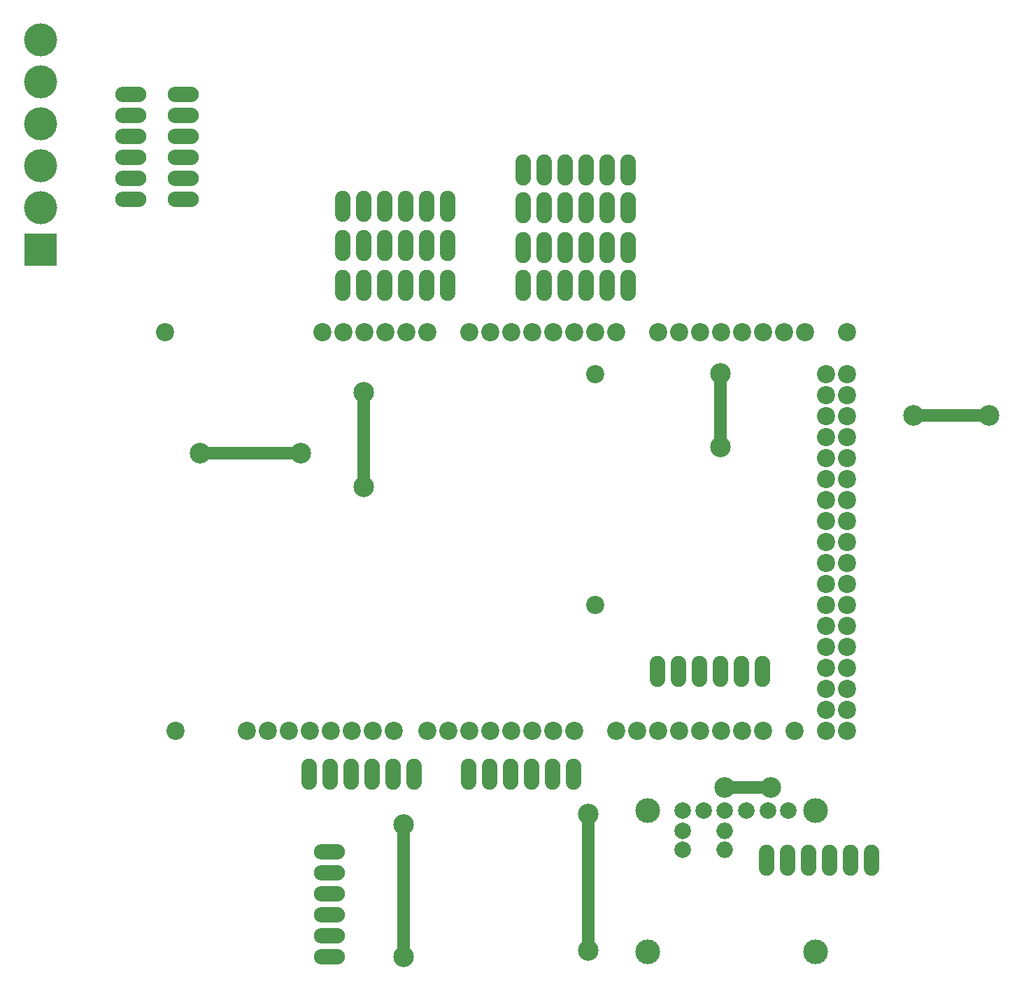
<source format=gbr>
G04 #@! TF.GenerationSoftware,KiCad,Pcbnew,(5.1.6)-1*
G04 #@! TF.CreationDate,2020-11-22T14:51:22+06:00*
G04 #@! TF.ProjectId,Logger,4c6f6767-6572-42e6-9b69-6361645f7063,rev?*
G04 #@! TF.SameCoordinates,Original*
G04 #@! TF.FileFunction,Copper,L1,Top*
G04 #@! TF.FilePolarity,Positive*
%FSLAX46Y46*%
G04 Gerber Fmt 4.6, Leading zero omitted, Abs format (unit mm)*
G04 Created by KiCad (PCBNEW (5.1.6)-1) date 2020-11-22 14:51:22*
%MOMM*%
%LPD*%
G01*
G04 APERTURE LIST*
G04 #@! TA.AperFunction,ComponentPad*
%ADD10O,1.879600X3.759200*%
G04 #@! TD*
G04 #@! TA.AperFunction,ComponentPad*
%ADD11O,3.759200X1.879600*%
G04 #@! TD*
G04 #@! TA.AperFunction,ComponentPad*
%ADD12C,4.000000*%
G04 #@! TD*
G04 #@! TA.AperFunction,ComponentPad*
%ADD13R,4.000000X4.000000*%
G04 #@! TD*
G04 #@! TA.AperFunction,ComponentPad*
%ADD14O,2.000000X2.000000*%
G04 #@! TD*
G04 #@! TA.AperFunction,ComponentPad*
%ADD15C,2.000000*%
G04 #@! TD*
G04 #@! TA.AperFunction,WasherPad*
%ADD16C,3.000000*%
G04 #@! TD*
G04 #@! TA.AperFunction,ComponentPad*
%ADD17C,2.200000*%
G04 #@! TD*
G04 #@! TA.AperFunction,ViaPad*
%ADD18C,2.500000*%
G04 #@! TD*
G04 #@! TA.AperFunction,Conductor*
%ADD19C,1.500000*%
G04 #@! TD*
G04 #@! TA.AperFunction,Conductor*
%ADD20C,1.800000*%
G04 #@! TD*
G04 APERTURE END LIST*
D10*
X-43180000Y37084000D03*
X-40640000Y37084000D03*
X-38100000Y37084000D03*
X-35560000Y37084000D03*
X-33020000Y37084000D03*
X-30480000Y37084000D03*
X-17272000Y14224000D03*
X-19812000Y14224000D03*
X-22352000Y14224000D03*
X-24892000Y14224000D03*
X-27432000Y14224000D03*
X-29972000Y14224000D03*
D11*
X-100584000Y94234000D03*
X-100584000Y96774000D03*
X-100584000Y99314000D03*
X-100584000Y101854000D03*
X-100584000Y104394000D03*
X-100584000Y106934000D03*
X-106934000Y94234000D03*
X-106934000Y96774000D03*
X-106934000Y99314000D03*
X-106934000Y101854000D03*
X-106934000Y104394000D03*
X-106934000Y106934000D03*
D12*
X-117856000Y113538000D03*
X-117856000Y108458000D03*
X-117856000Y103378000D03*
X-117856000Y98298000D03*
X-117856000Y93218000D03*
D13*
X-117856000Y88138000D03*
D10*
X-46736000Y88392000D03*
X-49276000Y88392000D03*
X-51816000Y88392000D03*
X-54356000Y88392000D03*
X-56896000Y88392000D03*
X-59436000Y88392000D03*
X-46736000Y83820000D03*
X-49276000Y83820000D03*
X-51816000Y83820000D03*
X-54356000Y83820000D03*
X-56896000Y83820000D03*
X-59436000Y83820000D03*
X-46736000Y97790000D03*
X-49276000Y97790000D03*
X-51816000Y97790000D03*
X-54356000Y97790000D03*
X-56896000Y97790000D03*
X-59436000Y97790000D03*
X-46736000Y93218000D03*
X-49276000Y93218000D03*
X-51816000Y93218000D03*
X-54356000Y93218000D03*
X-56896000Y93218000D03*
X-59436000Y93218000D03*
X-81280000Y93396000D03*
X-78740000Y93396000D03*
X-76200000Y93396000D03*
X-73660000Y93396000D03*
X-71120000Y93396000D03*
X-68580000Y93396000D03*
X-81280000Y88646000D03*
X-78740000Y88646000D03*
X-76200000Y88646000D03*
X-73660000Y88646000D03*
X-71120000Y88646000D03*
X-68580000Y88646000D03*
X-81280000Y83820000D03*
X-78740000Y83820000D03*
X-76200000Y83820000D03*
X-73660000Y83820000D03*
X-71120000Y83820000D03*
X-68580000Y83820000D03*
X-85344000Y24638000D03*
X-82804000Y24638000D03*
X-80264000Y24638000D03*
X-77724000Y24638000D03*
X-75184000Y24638000D03*
X-72644000Y24638000D03*
X-53340000Y24638000D03*
X-55880000Y24638000D03*
X-58420000Y24638000D03*
X-60960000Y24638000D03*
X-63500000Y24638000D03*
X-66040000Y24638000D03*
D11*
X-82896000Y15240000D03*
X-82896000Y12700000D03*
X-82896000Y10160000D03*
X-82896000Y7620000D03*
X-82896000Y5080000D03*
X-82896000Y2540000D03*
D14*
X-35052000Y17780000D03*
D15*
X-40132000Y17780000D03*
D14*
X-35052000Y15494000D03*
D15*
X-40132000Y15494000D03*
X-40151500Y20312500D03*
X-37611500Y20312500D03*
X-35071500Y20312500D03*
X-32468000Y20312500D03*
X-29864500Y20312500D03*
X-27388000Y20312500D03*
D16*
X-44406000Y20312500D03*
X-44406000Y3167500D03*
X-24086000Y3167500D03*
X-24086000Y20312500D03*
D17*
X-20306000Y78220000D03*
X-26656000Y29960000D03*
X-50786000Y73140000D03*
X-50786000Y45200000D03*
X-102856000Y78220000D03*
X-101586000Y29960000D03*
X-71106000Y78220000D03*
X-83806000Y78220000D03*
X-90410000Y29960000D03*
X-20306000Y73140000D03*
X-22846000Y73140000D03*
X-73646000Y78220000D03*
X-76186000Y78220000D03*
X-92950000Y29960000D03*
X-25386000Y78220000D03*
X-27926000Y78220000D03*
X-30466000Y78220000D03*
X-33006000Y78220000D03*
X-35546000Y78220000D03*
X-38086000Y78220000D03*
X-40626000Y78220000D03*
X-43166000Y78220000D03*
X-48246000Y78220000D03*
X-50786000Y78220000D03*
X-53326000Y78220000D03*
X-55866000Y78220000D03*
X-58406000Y78220000D03*
X-60946000Y78220000D03*
X-63486000Y78220000D03*
X-66026000Y78220000D03*
X-20306000Y70600000D03*
X-22846000Y70600000D03*
X-20306000Y68060000D03*
X-22846000Y68060000D03*
X-20306000Y65520000D03*
X-22846000Y65520000D03*
X-20306000Y62980000D03*
X-22846000Y62980000D03*
X-20306000Y60440000D03*
X-22846000Y60440000D03*
X-20306000Y57900000D03*
X-22846000Y57900000D03*
X-20306000Y55360000D03*
X-22846000Y55360000D03*
X-20306000Y52820000D03*
X-22846000Y52820000D03*
X-20306000Y50280000D03*
X-22846000Y50280000D03*
X-20306000Y47740000D03*
X-22846000Y47740000D03*
X-20306000Y45200000D03*
X-22846000Y45200000D03*
X-20306000Y42660000D03*
X-22846000Y42660000D03*
X-20306000Y40120000D03*
X-22846000Y40120000D03*
X-20306000Y37580000D03*
X-22846000Y37580000D03*
X-20306000Y35040000D03*
X-22846000Y35040000D03*
X-20306000Y32500000D03*
X-22846000Y32500000D03*
X-30466000Y29960000D03*
X-33006000Y29960000D03*
X-35546000Y29960000D03*
X-38086000Y29960000D03*
X-40626000Y29960000D03*
X-43166000Y29960000D03*
X-45706000Y29960000D03*
X-48246000Y29960000D03*
X-87870000Y29960000D03*
X-85330000Y29960000D03*
X-82790000Y29960000D03*
X-80250000Y29960000D03*
X-77710000Y29960000D03*
X-75170000Y29960000D03*
X-71106000Y29960000D03*
X-68566000Y29960000D03*
X-20306000Y29960000D03*
X-22846000Y29960000D03*
X-78726000Y78220000D03*
X-66026000Y29960000D03*
X-63486000Y29960000D03*
X-81266000Y78220000D03*
X-60946000Y29960000D03*
X-58406000Y29960000D03*
X-55866000Y29960000D03*
X-53326000Y29960000D03*
D18*
X-51562000Y3302000D03*
X-51562000Y19812000D03*
X-78740000Y59436000D03*
X-78740000Y70866000D03*
X-35071500Y23094500D03*
X-29483500Y23094500D03*
X-73914000Y18542000D03*
X-73914000Y2540000D03*
X-35560000Y64262000D03*
X-35560000Y73152000D03*
X-3048000Y68072000D03*
X-12192000Y68072000D03*
X-98552000Y63500000D03*
X-86360000Y63500000D03*
D19*
X-40132000Y20293000D02*
X-40151500Y20312500D01*
X-51562000Y3302000D02*
X-51562000Y19812000D01*
X-78740000Y59436000D02*
X-78740000Y70866000D01*
X-35052000Y20293000D02*
X-35071500Y20312500D01*
X-35071500Y23094500D02*
X-29483500Y23094500D01*
X-73914000Y18542000D02*
X-73914000Y2540000D01*
X-35560000Y64262000D02*
X-35560000Y73152000D01*
D20*
X-22858000Y73152000D02*
X-22846000Y73140000D01*
D19*
X-20294000Y68072000D02*
X-20306000Y68060000D01*
X-12192000Y68072000D02*
X-3048000Y68072000D01*
X-86360000Y63500000D02*
X-98552000Y63500000D01*
M02*

</source>
